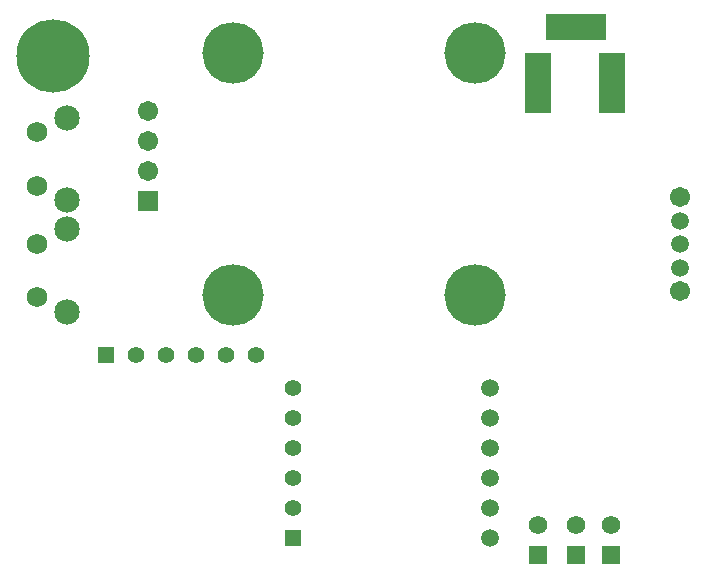
<source format=gbs>
G04*
G04 #@! TF.GenerationSoftware,Altium Limited,Altium Designer,24.5.2 (23)*
G04*
G04 Layer_Color=16711935*
%FSLAX25Y25*%
%MOIN*%
G70*
G04*
G04 #@! TF.SameCoordinates,C9A36013-1EDC-4BB1-827E-2851C72F543B*
G04*
G04*
G04 #@! TF.FilePolarity,Negative*
G04*
G01*
G75*
%ADD47C,0.05603*%
%ADD48R,0.05603X0.05603*%
%ADD49R,0.05603X0.05603*%
%ADD50C,0.06706*%
%ADD51R,0.06706X0.06706*%
%ADD52C,0.05918*%
%ADD53C,0.06194*%
%ADD54R,0.06194X0.06194*%
%ADD55C,0.08477*%
%ADD56C,0.06863*%
%ADD57R,0.20485X0.08674*%
%ADD58R,0.08674X0.20485*%
%ADD59C,0.20485*%
%ADD60C,0.24422*%
D47*
X83268Y81302D02*
D03*
X73269D02*
D03*
X63269D02*
D03*
X53268D02*
D03*
X43268D02*
D03*
X95428Y70479D02*
D03*
Y60479D02*
D03*
Y50479D02*
D03*
Y40479D02*
D03*
Y30479D02*
D03*
D48*
X33268Y81302D02*
D03*
D49*
X95428Y20479D02*
D03*
D50*
X47244Y162638D02*
D03*
Y152638D02*
D03*
Y142638D02*
D03*
X224493Y102524D02*
D03*
Y134020D02*
D03*
D51*
X47244Y132638D02*
D03*
D52*
X161417Y70276D02*
D03*
Y60276D02*
D03*
Y50276D02*
D03*
Y40276D02*
D03*
Y30276D02*
D03*
Y20276D02*
D03*
X224493Y110398D02*
D03*
Y118272D02*
D03*
Y126146D02*
D03*
D53*
X177327Y24685D02*
D03*
X189805D02*
D03*
X201693D02*
D03*
D54*
X177327Y14685D02*
D03*
X189805D02*
D03*
X201693D02*
D03*
D55*
X20205Y132893D02*
D03*
Y160491D02*
D03*
Y95741D02*
D03*
Y123339D02*
D03*
D56*
X10402Y137834D02*
D03*
Y155550D02*
D03*
Y100682D02*
D03*
Y118398D02*
D03*
D57*
X190017Y190644D02*
D03*
D58*
X201828Y172140D02*
D03*
X177419D02*
D03*
D59*
X75708Y181932D02*
D03*
X156417D02*
D03*
Y101223D02*
D03*
X75708D02*
D03*
D60*
X15748Y181102D02*
D03*
M02*

</source>
